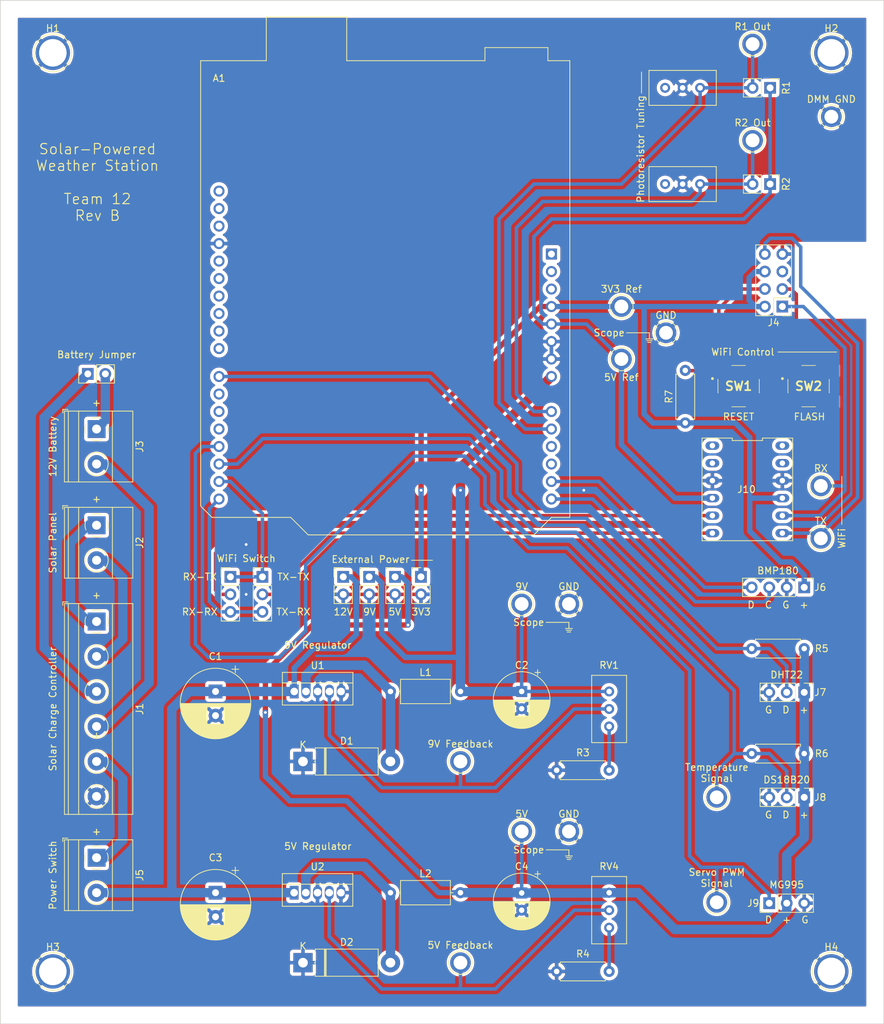
<source format=kicad_pcb>
(kicad_pcb (version 20171130) (host pcbnew "(5.1.9)-1")
  (layers (0 F.Cu signal) (31 B.Cu signal) (34 B.Paste user) (35 F.Paste user) (36 B.SilkS user) (37 F.SilkS user) (38 B.Mask user) (39 F.Mask user) (44 Edge.Cuts user))
  (net 0 "")
  (net 1 +12V)
  (net 2 "Net-(R3-Pad1)")
  (net 3 "Net-(R4-Pad1)")
  (net 4 BaroCLK)
  (net 5 BaroDATA)
  (net 6 "Net-(A1-Pad32)")
  (net 7 "Net-(A1-Pad31)")
  (net 8 "Net-(A1-Pad1)")
  (net 9 DS18B20Data)
  (net 10 "Net-(A1-Pad2)")
  (net 11 ServoPWM)
  (net 12 "Net-(A1-Pad3)")
  (net 13 "Net-(A1-Pad19)")
  (net 14 +3V3)
  (net 15 "Net-(A1-Pad20)")
  (net 16 5V_Ref)
  (net 17 "Net-(A1-Pad21)")
  (net 18 GND)
  (net 19 DHT22Data)
  (net 20 "Net-(A1-Pad23)")
  (net 21 +9V)
  (net 22 "Net-(A1-Pad24)")
  (net 23 AnalogPhoto1)
  (net 24 "Net-(A1-Pad25)")
  (net 25 AnalogPhoto2)
  (net 26 "Net-(A1-Pad26)")
  (net 27 "Net-(A1-Pad11)")
  (net 28 "Net-(A1-Pad27)")
  (net 29 "Net-(A1-Pad12)")
  (net 30 "Net-(A1-Pad28)")
  (net 31 "Net-(A1-Pad30)")
  (net 32 +5V)
  (net 33 "Net-(D1-Pad2)")
  (net 34 "Net-(D2-Pad2)")
  (net 35 "Net-(J1-Pad2)")
  (net 36 "Net-(J1-Pad3)")
  (net 37 "Net-(J1-Pad4)")
  (net 38 "Net-(J1-Pad5)")
  (net 39 "Net-(RV1-Pad2)")
  (net 40 "Net-(RV2-Pad3)")
  (net 41 "Net-(RV3-Pad3)")
  (net 42 "Net-(RV4-Pad2)")
  (net 43 "Net-(J1-Pad1)")
  (net 44 "Net-(J4-Pad5)")
  (net 45 WIFI_RX_3V3)
  (net 46 WIFI_RST)
  (net 47 WIFI_TX_3V3)
  (net 48 "Net-(J10-Pad1)")
  (net 49 "Net-(J10-Pad2)")
  (net 50 WIFI_FLASH)
  (net 51 "Net-(SW1-Pad2)")
  (net 52 "Net-(SW1-Pad4)")
  (net 53 "Net-(SW2-Pad4)")
  (net 54 "Net-(SW2-Pad2)")
  (net 55 "Net-(J10-Pad12)")
  (net 56 "Net-(J10-Pad11)")
  (net 57 /WiFi_RX)
  (net 58 /WiFI_TX)
  (net 59 Arduino_RX)
  (net 60 Arduino_TX)
  (net 61 "Net-(J17-Pad2)")
  (module Connector_PinHeader_2.54mm:PinHeader_1x02_P2.54mm_Vertical (layer F.Cu) (at 30.48 70.739 90)
    (fp_text reference J17 hide)
    (fp_text value Batt_Conn)
    (pad 2 thru_hole oval (at 0 2.54 90) (size 1.7 1.7) (drill 1) (layers *.Cu *.Mask) (net 61 "Net-(J17-Pad2)"))
    (pad 1 thru_hole rect (at 0 0 90) (size 1.7 1.7) (drill 1) (layers *.Cu *.Mask) (net 36 "Net-(J1-Pad3)"))
  )
  (module TestPoint:TestPoint_Plated_Hole_D2.0mm (layer F.Cu) (at 138.43 33.401)
    (fp_text reference TP14 hide)
    (fp_text value PR1_TP)
    (pad 1 thru_hole circle (at 0 0) (size 3 3) (drill 2) (layers *.Cu *.Mask) (net 18 GND))
  )
  (module Connector_PinHeader_2.54mm:PinHeader_1x03_P2.54mm_Vertical (layer F.Cu) (at 55.831 100.203)
    (fp_text reference J16 hide)
    (fp_text value WiFi_TX_Switch)
    (pad 3 thru_hole oval (at 0 5.08) (size 1.7 1.7) (drill 1) (layers *.Cu *.Mask) (net 59 Arduino_RX))
    (pad 2 thru_hole oval (at 0 2.54) (size 1.7 1.7) (drill 1) (layers *.Cu *.Mask) (net 58 /WiFI_TX))
    (pad 1 thru_hole rect (at 0 0) (size 1.7 1.7) (drill 1) (layers *.Cu *.Mask) (net 60 Arduino_TX))
  )
  (module Connector_PinHeader_2.54mm:PinHeader_1x03_P2.54mm_Vertical (layer F.Cu) (at 51.181 100.203)
    (fp_text reference J15 hide)
    (fp_text value WiFi_RX_Switch)
    (pad 3 thru_hole oval (at 0 5.08) (size 1.7 1.7) (drill 1) (layers *.Cu *.Mask) (net 59 Arduino_RX))
    (pad 2 thru_hole oval (at 0 2.54) (size 1.7 1.7) (drill 1) (layers *.Cu *.Mask) (net 57 /WiFi_RX))
    (pad 1 thru_hole rect (at 0 0) (size 1.7 1.7) (drill 1) (layers *.Cu *.Mask) (net 60 Arduino_TX))
  )
  (module Connector_PinHeader_2.54mm:PinHeader_1x02_P2.54mm_Vertical (layer F.Cu) (at 78.847 100.203)
    (fp_text reference J14 hide)
    (fp_text value External_3V3)
    (pad 2 thru_hole oval (at 0 2.54) (size 1.7 1.7) (drill 1) (layers *.Cu *.Mask) (net 18 GND))
    (pad 1 thru_hole rect (at 0 0) (size 1.7 1.7) (drill 1) (layers *.Cu *.Mask) (net 14 +3V3))
  )
  (module Connector_PinHeader_2.54mm:PinHeader_1x02_P2.54mm_Vertical (layer F.Cu) (at 75.086 100.203)
    (fp_text reference J13 hide)
    (fp_text value External_5V)
    (pad 2 thru_hole oval (at 0 2.54) (size 1.7 1.7) (drill 1) (layers *.Cu *.Mask) (net 18 GND))
    (pad 1 thru_hole rect (at 0 0) (size 1.7 1.7) (drill 1) (layers *.Cu *.Mask) (net 32 +5V))
  )
  (module Connector_PinHeader_2.54mm:PinHeader_1x02_P2.54mm_Vertical (layer F.Cu) (at 71.325 100.203)
    (fp_text reference J12 hide)
    (fp_text value External_9V)
    (pad 2 thru_hole oval (at 0 2.54) (size 1.7 1.7) (drill 1) (layers *.Cu *.Mask) (net 18 GND))
    (pad 1 thru_hole rect (at 0 0) (size 1.7 1.7) (drill 1) (layers *.Cu *.Mask) (net 21 +9V))
  )
  (module Connector_PinHeader_2.54mm:PinHeader_1x02_P2.54mm_Vertical (layer F.Cu) (at 67.564 100.203)
    (fp_text reference J11 hide)
    (fp_text value External_12V)
    (pad 2 thru_hole oval (at 0 2.54) (size 1.7 1.7) (drill 1) (layers *.Cu *.Mask) (net 18 GND))
    (pad 1 thru_hole rect (at 0 0) (size 1.7 1.7) (drill 1) (layers *.Cu *.Mask) (net 1 +12V))
  )
  (module Connector_PinHeader_2.54mm:PinHeader_2x04_P2.54mm_Vertical (layer F.Cu) (at 131.318 60.96 180)
    (fp_text reference J4 (at 1.27 -2.33) (layer F.SilkS))
    (fp_text value ESP8266)
    (pad 8 thru_hole oval (at 2.54 7.62 180) (size 1.7 1.7) (drill 1) (layers *.Cu *.Mask) (net 47 WIFI_TX_3V3))
    (pad 7 thru_hole oval (at 0 7.62 180) (size 1.7 1.7) (drill 1) (layers *.Cu *.Mask) (net 18 GND))
    (pad 6 thru_hole oval (at 2.54 5.08 180) (size 1.7 1.7) (drill 1) (layers *.Cu *.Mask) (net 14 +3V3))
    (pad 5 thru_hole oval (at 0 5.08 180) (size 1.7 1.7) (drill 1) (layers *.Cu *.Mask) (net 44 "Net-(J4-Pad5)"))
    (pad 4 thru_hole oval (at 2.54 2.54 180) (size 1.7 1.7) (drill 1) (layers *.Cu *.Mask) (net 46 WIFI_RST))
    (pad 3 thru_hole oval (at 0 2.54 180) (size 1.7 1.7) (drill 1) (layers *.Cu *.Mask) (net 50 WIFI_FLASH))
    (pad 2 thru_hole oval (at 2.54 0 180) (size 1.7 1.7) (drill 1) (layers *.Cu *.Mask) (net 14 +3V3))
    (pad 1 thru_hole rect (at 0 0 180) (size 1.7 1.7) (drill 1) (layers *.Cu *.Mask) (net 45 WIFI_RX_3V3))
  )
  (module TestPoint:TestPoint_Plated_Hole_D2.0mm (layer F.Cu) (at 136.906 94.615)
    (fp_text reference TP17 hide)
    (fp_text value 3V3_TX)
    (pad 1 thru_hole circle (at 0 0) (size 3 3) (drill 2) (layers *.Cu *.Mask) (net 47 WIFI_TX_3V3))
  )
  (module TestPoint:TestPoint_Plated_Hole_D2.0mm (layer F.Cu) (at 136.906 86.995)
    (fp_text reference TP16 hide)
    (fp_text value 3V3_RX)
    (pad 1 thru_hole circle (at 0 0) (size 3 3) (drill 2) (layers *.Cu *.Mask) (net 45 WIFI_RX_3V3))
  )
  (module Module:Arduino_UNO_R3 (layer F.Cu) (at 97.79 53.34 270)
    (fp_text reference A1 (at -25.527 48.26) (layer F.SilkS))
    (fp_text value Arduino_UNO_R3)
    (pad 32 thru_hole oval (at -9.14 48.26) (size 1.6 1.6) (drill 1) (layers *.Cu *.Mask) (net 6 "Net-(A1-Pad32)"))
    (pad 31 thru_hole oval (at -6.6 48.26) (size 1.6 1.6) (drill 1) (layers *.Cu *.Mask) (net 7 "Net-(A1-Pad31)"))
    (pad 1 thru_hole rect (at 0 0) (size 1.6 1.6) (drill 1) (layers *.Cu *.Mask) (net 8 "Net-(A1-Pad1)"))
    (pad 17 thru_hole oval (at 30.48 48.26) (size 1.6 1.6) (drill 1) (layers *.Cu *.Mask) (net 9 DS18B20Data))
    (pad 2 thru_hole oval (at 2.54 0) (size 1.6 1.6) (drill 1) (layers *.Cu *.Mask) (net 10 "Net-(A1-Pad2)"))
    (pad 18 thru_hole oval (at 27.94 48.26) (size 1.6 1.6) (drill 1) (layers *.Cu *.Mask) (net 11 ServoPWM))
    (pad 3 thru_hole oval (at 5.08 0) (size 1.6 1.6) (drill 1) (layers *.Cu *.Mask) (net 12 "Net-(A1-Pad3)"))
    (pad 19 thru_hole oval (at 25.4 48.26) (size 1.6 1.6) (drill 1) (layers *.Cu *.Mask) (net 13 "Net-(A1-Pad19)"))
    (pad 4 thru_hole oval (at 7.62 0) (size 1.6 1.6) (drill 1) (layers *.Cu *.Mask) (net 14 +3V3))
    (pad 20 thru_hole oval (at 22.86 48.26) (size 1.6 1.6) (drill 1) (layers *.Cu *.Mask) (net 15 "Net-(A1-Pad20)"))
    (pad 5 thru_hole oval (at 10.16 0) (size 1.6 1.6) (drill 1) (layers *.Cu *.Mask) (net 16 5V_Ref))
    (pad 21 thru_hole oval (at 20.32 48.26) (size 1.6 1.6) (drill 1) (layers *.Cu *.Mask) (net 17 "Net-(A1-Pad21)"))
    (pad 6 thru_hole oval (at 12.7 0) (size 1.6 1.6) (drill 1) (layers *.Cu *.Mask) (net 18 GND))
    (pad 22 thru_hole oval (at 17.78 48.26) (size 1.6 1.6) (drill 1) (layers *.Cu *.Mask) (net 19 DHT22Data))
    (pad 7 thru_hole oval (at 15.24 0) (size 1.6 1.6) (drill 1) (layers *.Cu *.Mask) (net 18 GND))
    (pad 23 thru_hole oval (at 13.72 48.26) (size 1.6 1.6) (drill 1) (layers *.Cu *.Mask) (net 20 "Net-(A1-Pad23)"))
    (pad 8 thru_hole oval (at 17.78 0) (size 1.6 1.6) (drill 1) (layers *.Cu *.Mask) (net 21 +9V))
    (pad 24 thru_hole oval (at 11.18 48.26) (size 1.6 1.6) (drill 1) (layers *.Cu *.Mask) (net 22 "Net-(A1-Pad24)"))
    (pad 9 thru_hole oval (at 22.86 0) (size 1.6 1.6) (drill 1) (layers *.Cu *.Mask) (net 25 AnalogPhoto2))
    (pad 25 thru_hole oval (at 8.64 48.26) (size 1.6 1.6) (drill 1) (layers *.Cu *.Mask) (net 24 "Net-(A1-Pad25)"))
    (pad 10 thru_hole oval (at 25.4 0) (size 1.6 1.6) (drill 1) (layers *.Cu *.Mask) (net 23 AnalogPhoto1))
    (pad 26 thru_hole oval (at 6.1 48.26) (size 1.6 1.6) (drill 1) (layers *.Cu *.Mask) (net 26 "Net-(A1-Pad26)"))
    (pad 11 thru_hole oval (at 27.94 0) (size 1.6 1.6) (drill 1) (layers *.Cu *.Mask) (net 27 "Net-(A1-Pad11)"))
    (pad 27 thru_hole oval (at 3.56 48.26) (size 1.6 1.6) (drill 1) (layers *.Cu *.Mask) (net 28 "Net-(A1-Pad27)"))
    (pad 12 thru_hole oval (at 30.48 0) (size 1.6 1.6) (drill 1) (layers *.Cu *.Mask) (net 29 "Net-(A1-Pad12)"))
    (pad 28 thru_hole oval (at 1.02 48.26) (size 1.6 1.6) (drill 1) (layers *.Cu *.Mask) (net 30 "Net-(A1-Pad28)"))
    (pad 13 thru_hole oval (at 33.02 0) (size 1.6 1.6) (drill 1) (layers *.Cu *.Mask) (net 5 BaroDATA))
    (pad 29 thru_hole oval (at -1.52 48.26) (size 1.6 1.6) (drill 1) (layers *.Cu *.Mask) (net 18 GND))
    (pad 14 thru_hole oval (at 35.56 0) (size 1.6 1.6) (drill 1) (layers *.Cu *.Mask) (net 4 BaroCLK))
    (pad 30 thru_hole oval (at -4.06 48.26) (size 1.6 1.6) (drill 1) (layers *.Cu *.Mask) (net 31 "Net-(A1-Pad30)"))
    (pad 15 thru_hole oval (at 35.56 48.26) (size 1.6 1.6) (drill 1) (layers *.Cu *.Mask) (net 59 Arduino_RX))
    (pad 16 thru_hole oval (at 33.02 48.26) (size 1.6 1.6) (drill 1) (layers *.Cu *.Mask) (net 60 Arduino_TX))
  )
  (module Connector_PinHeader_2.54mm:PinHeader_1x03_P2.54mm_Vertical (layer F.Cu) (at 129.413 147.574 90)
    (fp_text reference J9 (at 0 -2.33 180) (layer F.SilkS))
    (fp_text value "Servo Motor")
    (pad 1 thru_hole rect (at 0 0 90) (size 1.7 1.7) (drill 1) (layers *.Cu *.Mask) (net 11 ServoPWM))
    (pad 2 thru_hole oval (at 0 2.54 90) (size 1.7 1.7) (drill 1) (layers *.Cu *.Mask) (net 32 +5V))
    (pad 3 thru_hole oval (at 0 5.08 90) (size 1.7 1.7) (drill 1) (layers *.Cu *.Mask) (net 18 GND))
  )
  (module TestPoint:TestPoint_Plated_Hole_D2.0mm (layer F.Cu) (at 121.793 147.447)
    (fp_text reference TP10 hide)
    (fp_text value Servo_PWM_TP)
    (pad 1 thru_hole circle (at 0 0) (size 3 3) (drill 2) (layers *.Cu *.Mask) (net 11 ServoPWM))
  )
  (module Capacitor_THT:CP_Radial_D10.0mm_P3.50mm (layer F.Cu) (at 49.022 116.84 270)
    (fp_text reference C1 (at -5.08 0 180) (layer F.SilkS))
    (fp_text value 1000uF)
    (pad 2 thru_hole circle (at 3.5 0 270) (size 2 2) (drill 1) (layers *.Cu *.Mask) (net 18 GND))
    (pad 1 thru_hole rect (at 0 0 270) (size 2 2) (drill 1) (layers *.Cu *.Mask) (net 1 +12V))
  )
  (module Capacitor_THT:CP_Radial_D8.0mm_P2.50mm (layer F.Cu) (at 93.472 116.84 270)
    (fp_text reference C2 (at -3.81 0 180) (layer F.SilkS))
    (fp_text value 220uF)
    (pad 2 thru_hole circle (at 2.5 0 270) (size 1.6 1.6) (drill 0.8) (layers *.Cu *.Mask) (net 18 GND))
    (pad 1 thru_hole rect (at 0 0 270) (size 1.6 1.6) (drill 0.8) (layers *.Cu *.Mask) (net 21 +9V))
  )
  (module Capacitor_THT:CP_Radial_D10.0mm_P3.50mm (layer F.Cu) (at 49.022 146.05 270)
    (fp_text reference C3 (at -5.08 0 180) (layer F.SilkS))
    (fp_text value 1000uF)
    (pad 1 thru_hole rect (at 0 0 270) (size 2 2) (drill 1) (layers *.Cu *.Mask) (net 1 +12V))
    (pad 2 thru_hole circle (at 3.5 0 270) (size 2 2) (drill 1) (layers *.Cu *.Mask) (net 18 GND))
  )
  (module Capacitor_THT:CP_Radial_D8.0mm_P2.50mm (layer F.Cu) (at 93.472 146.09 270)
    (fp_text reference C4 (at -3.85 0 180) (layer F.SilkS))
    (fp_text value 220uF)
    (pad 1 thru_hole rect (at 0 0 270) (size 1.6 1.6) (drill 0.8) (layers *.Cu *.Mask) (net 32 +5V))
    (pad 2 thru_hole circle (at 2.5 0 270) (size 1.6 1.6) (drill 0.8) (layers *.Cu *.Mask) (net 18 GND))
  )
  (module Connector_PinHeader_2.54mm:PinHeader_1x04_P2.54mm_Vertical (layer F.Cu) (at 134.493 101.727 270)
    (fp_text reference J6 (at 0 -2.33 180) (layer F.SilkS))
    (fp_text value BMP180)
    (pad 1 thru_hole rect (at 0 0 270) (size 1.7 1.7) (drill 1) (layers *.Cu *.Mask) (net 14 +3V3))
    (pad 2 thru_hole oval (at 0 2.54 270) (size 1.7 1.7) (drill 1) (layers *.Cu *.Mask) (net 18 GND))
    (pad 3 thru_hole oval (at 0 5.08 270) (size 1.7 1.7) (drill 1) (layers *.Cu *.Mask) (net 4 BaroCLK))
    (pad 4 thru_hole oval (at 0 7.62 270) (size 1.7 1.7) (drill 1) (layers *.Cu *.Mask) (net 5 BaroDATA))
  )
  (module Connector_PinHeader_2.54mm:PinHeader_1x03_P2.54mm_Vertical (layer F.Cu) (at 134.493 116.967 270)
    (fp_text reference J7 (at 0 -2.33 180) (layer F.SilkS))
    (fp_text value DHT22)
    (pad 3 thru_hole oval (at 0 5.08 270) (size 1.7 1.7) (drill 1) (layers *.Cu *.Mask) (net 18 GND))
    (pad 2 thru_hole oval (at 0 2.54 270) (size 1.7 1.7) (drill 1) (layers *.Cu *.Mask) (net 19 DHT22Data))
    (pad 1 thru_hole rect (at 0 0 270) (size 1.7 1.7) (drill 1) (layers *.Cu *.Mask) (net 32 +5V))
  )
  (module Connector_PinHeader_2.54mm:PinHeader_1x03_P2.54mm_Vertical (layer F.Cu) (at 134.493 132.207 270)
    (fp_text reference J8 (at 0 -2.33 180) (layer F.SilkS))
    (fp_text value "Temperature Sensor")
    (pad 1 thru_hole rect (at 0 0 270) (size 1.7 1.7) (drill 1) (layers *.Cu *.Mask) (net 32 +5V))
    (pad 2 thru_hole oval (at 0 2.54 270) (size 1.7 1.7) (drill 1) (layers *.Cu *.Mask) (net 9 DS18B20Data))
    (pad 3 thru_hole oval (at 0 5.08 270) (size 1.7 1.7) (drill 1) (layers *.Cu *.Mask) (net 18 GND))
  )
  (module Inductor_THT:L_Axial_L7.0mm_D3.3mm_P10.16mm_Horizontal_Fastron_MICC (layer F.Cu) (at 74.422 116.84)
    (fp_text reference L1 (at 5.08 -2.77) (layer F.SilkS))
    (fp_text value 33uH)
    (pad 2 thru_hole oval (at 10.16 0) (size 1.6 1.6) (drill 0.8) (layers *.Cu *.Mask) (net 21 +9V))
    (pad 1 thru_hole circle (at 0 0) (size 1.6 1.6) (drill 0.8) (layers *.Cu *.Mask) (net 33 "Net-(D1-Pad2)"))
  )
  (module Resistor_THT:R_Axial_DIN0207_L6.3mm_D2.5mm_P7.62mm_Horizontal (layer F.Cu) (at 106.172 128.27 180)
    (fp_text reference R3 (at 3.81 2.54) (layer F.SilkS))
    (fp_text value 510)
    (pad 2 thru_hole oval (at 7.62 0 180) (size 1.6 1.6) (drill 0.8) (layers *.Cu *.Mask) (net 18 GND))
    (pad 1 thru_hole circle (at 0 0 180) (size 1.6 1.6) (drill 0.8) (layers *.Cu *.Mask) (net 2 "Net-(R3-Pad1)"))
  )
  (module Resistor_THT:R_Axial_DIN0207_L6.3mm_D2.5mm_P7.62mm_Horizontal (layer F.Cu) (at 134.493 125.857 180)
    (fp_text reference R6 (at -2.54 0 180) (layer F.SilkS))
    (fp_text value 4.7k)
    (pad 2 thru_hole oval (at 7.62 0 180) (size 1.6 1.6) (drill 0.8) (layers *.Cu *.Mask) (net 9 DS18B20Data))
    (pad 1 thru_hole circle (at 0 0 180) (size 1.6 1.6) (drill 0.8) (layers *.Cu *.Mask) (net 32 +5V))
  )
  (module Potentiometer_THT:Potentiometer_Bourns_3296W_Vertical (layer F.Cu) (at 106.172 121.92 270)
    (fp_text reference RV1 (at -8.89 0 180) (layer F.SilkS))
    (fp_text value R_POT)
    (pad 1 thru_hole circle (at 0 0 270) (size 1.44 1.44) (drill 0.8) (layers *.Cu *.Mask) (net 2 "Net-(R3-Pad1)"))
    (pad 2 thru_hole circle (at -2.54 0 270) (size 1.44 1.44) (drill 0.8) (layers *.Cu *.Mask) (net 39 "Net-(RV1-Pad2)"))
    (pad 3 thru_hole circle (at -5.08 0 270) (size 1.44 1.44) (drill 0.8) (layers *.Cu *.Mask) (net 21 +9V))
  )
  (module Potentiometer_THT:Potentiometer_Bourns_3296W_Vertical (layer F.Cu) (at 119.38 29.21)
    (fp_text reference RV2 hide)
    (fp_text value R_POT)
    (pad 1 thru_hole circle (at 0 0) (size 1.44 1.44) (drill 0.8) (layers *.Cu *.Mask) (net 23 AnalogPhoto1))
    (pad 2 thru_hole circle (at -2.54 0) (size 1.44 1.44) (drill 0.8) (layers *.Cu *.Mask) (net 18 GND))
    (pad 3 thru_hole circle (at -5.08 0) (size 1.44 1.44) (drill 0.8) (layers *.Cu *.Mask) (net 40 "Net-(RV2-Pad3)"))
  )
  (module Potentiometer_THT:Potentiometer_Bourns_3296W_Vertical (layer F.Cu) (at 119.38 43.18)
    (fp_text reference RV3 hide)
    (fp_text value R_POT)
    (pad 3 thru_hole circle (at -5.08 0) (size 1.44 1.44) (drill 0.8) (layers *.Cu *.Mask) (net 41 "Net-(RV3-Pad3)"))
    (pad 2 thru_hole circle (at -2.54 0) (size 1.44 1.44) (drill 0.8) (layers *.Cu *.Mask) (net 18 GND))
    (pad 1 thru_hole circle (at 0 0) (size 1.44 1.44) (drill 0.8) (layers *.Cu *.Mask) (net 25 AnalogPhoto2))
  )
  (module TestPoint:TestPoint_Plated_Hole_D2.0mm (layer F.Cu) (at 107.95 68.58)
    (fp_text reference TP1 hide)
    (fp_text value 5V_Ref_TP)
    (pad 1 thru_hole circle (at 0 0) (size 3 3) (drill 2) (layers *.Cu *.Mask) (net 16 5V_Ref))
  )
  (module TestPoint:TestPoint_Plated_Hole_D2.0mm (layer F.Cu) (at 107.95 60.96)
    (fp_text reference TP2 hide)
    (fp_text value 3.3V_Ref_TP)
    (pad 1 thru_hole circle (at 0 0) (size 3 3) (drill 2) (layers *.Cu *.Mask) (net 14 +3V3))
  )
  (module TestPoint:TestPoint_Plated_Hole_D2.0mm (layer F.Cu) (at 84.582 127)
    (fp_text reference TP3 hide)
    (fp_text value 9V_Feedback_TP)
    (pad 1 thru_hole circle (at 0 0) (size 3 3) (drill 2) (layers *.Cu *.Mask) (net 39 "Net-(RV1-Pad2)"))
  )
  (module TestPoint:TestPoint_Plated_Hole_D2.0mm (layer F.Cu) (at 93.472 104.14)
    (fp_text reference TP4 hide)
    (fp_text value 9V_Output_TP)
    (pad 1 thru_hole circle (at 0 0) (size 3 3) (drill 2) (layers *.Cu *.Mask) (net 21 +9V))
  )
  (module TestPoint:TestPoint_Plated_Hole_D2.0mm (layer F.Cu) (at 127 22.86 270)
    (fp_text reference TP5 hide)
    (fp_text value PR1_TP)
    (pad 1 thru_hole circle (at 0 0 270) (size 3 3) (drill 2) (layers *.Cu *.Mask) (net 23 AnalogPhoto1))
  )
  (module TestPoint:TestPoint_Plated_Hole_D2.0mm (layer F.Cu) (at 127 36.83 270)
    (fp_text reference TP6 hide)
    (fp_text value PR2_TP)
    (pad 1 thru_hole circle (at 0 0 270) (size 3 3) (drill 2) (layers *.Cu *.Mask) (net 25 AnalogPhoto2))
  )
  (module TestPoint:TestPoint_Plated_Hole_D2.0mm (layer F.Cu) (at 84.582 156.21)
    (fp_text reference TP7 hide)
    (fp_text value 5V_Feedback_TP)
    (pad 1 thru_hole circle (at 0 0) (size 3 3) (drill 2) (layers *.Cu *.Mask) (net 42 "Net-(RV4-Pad2)"))
  )
  (module TestPoint:TestPoint_Plated_Hole_D2.0mm (layer F.Cu) (at 93.472 137.16)
    (fp_text reference TP8 hide)
    (fp_text value 5V_Output_TP)
    (pad 1 thru_hole circle (at 0 0) (size 3 3) (drill 2) (layers *.Cu *.Mask) (net 32 +5V))
  )
  (module TestPoint:TestPoint_Plated_Hole_D2.0mm (layer F.Cu) (at 121.793 132.207)
    (fp_text reference TP9 hide)
    (fp_text value DS18B20_Data_TP)
    (pad 1 thru_hole circle (at 0 0) (size 3 3) (drill 2) (layers *.Cu *.Mask) (net 9 DS18B20Data))
  )
  (module Package_TO_SOT_THT:TO-262-5_Vertical (layer F.Cu) (at 60.452 116.84)
    (fp_text reference U1 (at 3.4 -3.77) (layer F.SilkS))
    (fp_text value LM2596S-ADJ)
    (pad 1 thru_hole rect (at 0 0) (size 1.275 2) (drill 1.1) (layers *.Cu *.Mask) (net 1 +12V))
    (pad 2 thru_hole oval (at 1.7 0) (size 1.275 2) (drill 1.1) (layers *.Cu *.Mask) (net 33 "Net-(D1-Pad2)"))
    (pad 3 thru_hole oval (at 3.4 0) (size 1.275 2) (drill 1.1) (layers *.Cu *.Mask) (net 18 GND))
    (pad 4 thru_hole oval (at 5.1 0) (size 1.275 2) (drill 1.1) (layers *.Cu *.Mask) (net 39 "Net-(RV1-Pad2)"))
    (pad 5 thru_hole oval (at 6.8 0) (size 1.275 2) (drill 1.1) (layers *.Cu *.Mask) (net 18 GND))
  )
  (module Inductor_THT:L_Axial_L7.0mm_D3.3mm_P10.16mm_Horizontal_Fastron_MICC (layer F.Cu) (at 74.422 146.05)
    (fp_text reference L2 (at 5.08 -2.77) (layer F.SilkS))
    (fp_text value 33uH)
    (pad 1 thru_hole circle (at 0 0) (size 1.6 1.6) (drill 0.8) (layers *.Cu *.Mask) (net 34 "Net-(D2-Pad2)"))
    (pad 2 thru_hole oval (at 10.16 0) (size 1.6 1.6) (drill 0.8) (layers *.Cu *.Mask) (net 32 +5V))
  )
  (module Resistor_THT:R_Axial_DIN0207_L6.3mm_D2.5mm_P7.62mm_Horizontal (layer F.Cu) (at 106.172 157.48 180)
    (fp_text reference R4 (at 3.81 2.54) (layer F.SilkS))
    (fp_text value 510)
    (pad 2 thru_hole oval (at 7.62 0 180) (size 1.6 1.6) (drill 0.8) (layers *.Cu *.Mask) (net 18 GND))
    (pad 1 thru_hole circle (at 0 0 180) (size 1.6 1.6) (drill 0.8) (layers *.Cu *.Mask) (net 3 "Net-(R4-Pad1)"))
  )
  (module Resistor_THT:R_Axial_DIN0207_L6.3mm_D2.5mm_P7.62mm_Horizontal (layer F.Cu) (at 134.493 110.617 180)
    (fp_text reference R5 (at -2.54 0 180) (layer F.SilkS))
    (fp_text value 4.7k)
    (pad 1 thru_hole circle (at 0 0 180) (size 1.6 1.6) (drill 0.8) (layers *.Cu *.Mask) (net 32 +5V))
    (pad 2 thru_hole oval (at 7.62 0 180) (size 1.6 1.6) (drill 0.8) (layers *.Cu *.Mask) (net 19 DHT22Data))
  )
  (module Potentiometer_THT:Potentiometer_Bourns_3296W_Vertical (layer F.Cu) (at 106.172 151.13 270)
    (fp_text reference RV4 (at -8.89 0 180) (layer F.SilkS))
    (fp_text value R_POT)
    (pad 1 thru_hole circle (at 0 0 270) (size 1.44 1.44) (drill 0.8) (layers *.Cu *.Mask) (net 3 "Net-(R4-Pad1)"))
    (pad 2 thru_hole circle (at -2.54 0 270) (size 1.44 1.44) (drill 0.8) (layers *.Cu *.Mask) (net 42 "Net-(RV4-Pad2)"))
    (pad 3 thru_hole circle (at -5.08 0 270) (size 1.44 1.44) (drill 0.8) (layers *.Cu *.Mask) (net 32 +5V))
  )
  (module Package_TO_SOT_THT:TO-262-5_Vertical (layer F.Cu) (at 60.432 146.05)
    (fp_text reference U2 (at 3.4 -3.77) (layer F.SilkS))
    (fp_text value LM2596S-ADJ)
    (pad 1 thru_hole rect (at 0 0) (size 1.275 2) (drill 1.1) (layers *.Cu *.Mask) (net 1 +12V))
    (pad 2 thru_hole oval (at 1.7 0) (size 1.275 2) (drill 1.1) (layers *.Cu *.Mask) (net 34 "Net-(D2-Pad2)"))
    (pad 3 thru_hole oval (at 3.4 0) (size 1.275 2) (drill 1.1) (layers *.Cu *.Mask) (net 18 GND))
    (pad 4 thru_hole oval (at 5.1 0) (size 1.275 2) (drill 1.1) (layers *.Cu *.Mask) (net 42 "Net-(RV4-Pad2)"))
    (pad 5 thru_hole oval (at 6.8 0) (size 1.275 2) (drill 1.1) (layers *.Cu *.Mask) (net 18 GND))
  )
  (module TerminalBlock_Phoenix:TerminalBlock_Phoenix_MKDS-1,5-6-5.08_1x06_P5.08mm_Horizontal (layer F.Cu) (at 31.75 106.68 270)
    (fp_text reference J1 (at 12.7 -6.26 90) (layer F.SilkS))
    (fp_text value "Solar Charge Controller")
    (pad 1 thru_hole rect (at 0 0 270) (size 2.6 2.6) (drill 1.3) (layers *.Cu *.Mask) (net 43 "Net-(J1-Pad1)"))
    (pad 2 thru_hole circle (at 5.08 0 270) (size 2.6 2.6) (drill 1.3) (layers *.Cu *.Mask) (net 35 "Net-(J1-Pad2)"))
    (pad 3 thru_hole circle (at 10.16 0 270) (size 2.6 2.6) (drill 1.3) (layers *.Cu *.Mask) (net 36 "Net-(J1-Pad3)"))
    (pad 4 thru_hole circle (at 15.24 0 270) (size 2.6 2.6) (drill 1.3) (layers *.Cu *.Mask) (net 37 "Net-(J1-Pad4)"))
    (pad 5 thru_hole circle (at 20.32 0 270) (size 2.6 2.6) (drill 1.3) (layers *.Cu *.Mask) (net 38 "Net-(J1-Pad5)"))
    (pad 6 thru_hole circle (at 25.4 0 270) (size 2.6 2.6) (drill 1.3) (layers *.Cu *.Mask) (net 18 GND))
  )
  (module TerminalBlock_Phoenix:TerminalBlock_Phoenix_MKDS-1,5-2-5.08_1x02_P5.08mm_Horizontal (layer F.Cu) (at 31.75 92.71 270)
    (fp_text reference J2 (at 2.54 -6.26 90) (layer F.SilkS))
    (fp_text value "Solar Panel")
    (pad 1 thru_hole rect (at 0 0 270) (size 2.6 2.6) (drill 1.3) (layers *.Cu *.Mask) (net 43 "Net-(J1-Pad1)"))
    (pad 2 thru_hole circle (at 5.08 0 270) (size 2.6 2.6) (drill 1.3) (layers *.Cu *.Mask) (net 35 "Net-(J1-Pad2)"))
  )
  (module TerminalBlock_Phoenix:TerminalBlock_Phoenix_MKDS-1,5-2-5.08_1x02_P5.08mm_Horizontal (layer F.Cu) (at 31.75 78.74 270)
    (fp_text reference J3 (at 2.54 -6.26 90) (layer F.SilkS))
    (fp_text value "12-V Battery")
    (pad 2 thru_hole circle (at 5.08 0 270) (size 2.6 2.6) (drill 1.3) (layers *.Cu *.Mask) (net 37 "Net-(J1-Pad4)"))
    (pad 1 thru_hole rect (at 0 0 270) (size 2.6 2.6) (drill 1.3) (layers *.Cu *.Mask) (net 61 "Net-(J17-Pad2)"))
  )
  (module TerminalBlock_Phoenix:TerminalBlock_Phoenix_MKDS-1,5-2-5.08_1x02_P5.08mm_Horizontal (layer F.Cu) (at 31.75 140.97 270)
    (fp_text reference J5 (at 2.54 -6.26 90) (layer F.SilkS))
    (fp_text value "Power Switch")
    (pad 1 thru_hole rect (at 0 0 270) (size 2.6 2.6) (drill 1.3) (layers *.Cu *.Mask) (net 38 "Net-(J1-Pad5)"))
    (pad 2 thru_hole circle (at 5.08 0 270) (size 2.6 2.6) (drill 1.3) (layers *.Cu *.Mask) (net 1 +12V))
  )
  (module TestPoint:TestPoint_Plated_Hole_D4.0mm (layer F.Cu) (at 25.4 24.13)
    (fp_text reference H1 (at 0 -3.548) (layer F.SilkS))
    (fp_text value MountingHole_Pad)
    (pad 1 thru_hole circle (at 0 0) (size 5 5) (drill 4) (layers *.Cu *.Mask) (net 18 GND))
  )
  (module TestPoint:TestPoint_Plated_Hole_D4.0mm (layer F.Cu) (at 138.43 24.13)
    (fp_text reference H2 (at 0 -3.548) (layer F.SilkS))
    (fp_text value MountingHole_Pad)
    (pad 1 thru_hole circle (at 0 0) (size 5 5) (drill 4) (layers *.Cu *.Mask) (net 18 GND))
  )
  (module TestPoint:TestPoint_Plated_Hole_D4.0mm (layer F.Cu) (at 25.4 157.48)
    (fp_text reference H3 (at 0 -3.548) (layer F.SilkS))
    (fp_text value MountingHole_Pad)
    (pad 1 thru_hole circle (at 0 0) (size 5 5) (drill 4) (layers *.Cu *.Mask) (net 18 GND))
  )
  (module TestPoint:TestPoint_Plated_Hole_D4.0mm (layer F.Cu) (at 138.43 157.48)
    (fp_text reference H4 (at 0 -3.548) (layer F.SilkS))
    (fp_text value MountingHole_Pad)
    (pad 1 thru_hole circle (at 0 0) (size 5 5) (drill 4) (layers *.Cu *.Mask) (net 18 GND))
  )
  (module Connector_PinHeader_2.54mm:PinHeader_1x02_P2.54mm_Vertical (layer F.Cu) (at 129.54 29.21 270)
    (fp_text reference R1 (at 0 -2.33 90) (layer F.SilkS))
    (fp_text value PhotoR)
    (pad 1 thru_hole rect (at 0 0 270) (size 1.7 1.7) (drill 1) (layers *.Cu *.Mask) (net 16 5V_Ref))
    (pad 2 thru_hole oval (at 0 2.54 270) (size 1.7 1.7) (drill 1) (layers *.Cu *.Mask) (net 23 AnalogPhoto1))
  )
  (module Connector_PinHeader_2.54mm:PinHeader_1x02_P2.54mm_Vertical (layer F.Cu) (at 129.54 43.18 270)
    (fp_text reference R2 (at 0 -2.33 90) (layer F.SilkS))
    (fp_text value PhotoR)
    (pad 2 thru_hole oval (at 0 2.54 270) (size 1.7 1.7) (drill 1) (layers *.Cu *.Mask) (net 25 AnalogPhoto2))
    (pad 1 thru_hole rect (at 0 0 270) (size 1.7 1.7) (drill 1) (layers *.Cu *.Mask) (net 16 5V_Ref))
  )
  (module Diode_THT:D_5W_P12.70mm_Horizontal (layer F.Cu) (at 61.722 127)
    (fp_text reference D1 (at 6.35 -2.97) (layer F.SilkS))
    (fp_text value 1N5824)
    (fp_text user K (at 0 -2.4) (layer F.SilkS))
    (pad 2 thru_hole oval (at 12.7 0) (size 2.8 2.8) (drill 1.4) (layers *.Cu *.Mask) (net 33 "Net-(D1-Pad2)"))
    (pad 1 thru_hole rect (at 0 0) (size 2.8 2.8) (drill 1.4) (layers *.Cu *.Mask) (net 18 GND))
  )
  (module Diode_THT:D_5W_P12.70mm_Horizontal (layer F.Cu) (at 61.722 156.21)
    (fp_text reference D2 (at 6.35 -2.97) (layer F.SilkS))
    (fp_text value 1N5824)
    (fp_text user K (at 0 -2.4) (layer F.SilkS))
    (pad 1 thru_hole rect (at 0 0) (size 2.8 2.8) (drill 1.4) (layers *.Cu *.Mask) (net 18 GND))
    (pad 2 thru_hole oval (at 12.7 0) (size 2.8 2.8) (drill 1.4) (layers *.Cu *.Mask) (net 34 "Net-(D2-Pad2)"))
  )
  (module SamacSys_Parts:Level_shifter (layer F.Cu) (at 126.238 87.503 270)
    (fp_text reference J10 (at 0 0.127) (layer F.SilkS))
    (fp_text value Conn_02x06_Odd_Even)
    (pad 12 thru_hole oval (at -6.35 -5.08 270) (size 1.2 2) (drill 0.8) (layers *.Cu *.Mask) (net 55 "Net-(J10-Pad12)"))
    (pad 1 thru_hole oval (at -6.35 5.08 270) (size 1.2 2) (drill 0.8) (layers *.Cu *.Mask) (net 48 "Net-(J10-Pad1)"))
    (pad 11 thru_hole oval (at -3.81 -5.08 270) (size 1.2 2) (drill 0.8) (layers *.Cu *.Mask) (net 56 "Net-(J10-Pad11)"))
    (pad 2 thru_hole oval (at -3.81 5.08 270) (size 1.2 2) (drill 0.8) (layers *.Cu *.Mask) (net 49 "Net-(J10-Pad2)"))
    (pad 10 thru_hole oval (at -1.27 -5.08 270) (size 1.2 2) (drill 0.8) (layers *.Cu *.Mask) (net 18 GND))
    (pad 3 thru_hole oval (at -1.27 5.08 270) (size 1.2 2) (drill 0.8) (layers *.Cu *.Mask) (net 18 GND))
    (pad 9 thru_hole oval (at 1.27 -5.08 270) (size 1.2 2) (drill 0.8) (layers *.Cu *.Mask) (net 14 +3V3))
    (pad 4 thru_hole oval (at 1.27 5.08 270) (size 1.2 2) (drill 0.8) (layers *.Cu *.Mask) (net 16 5V_Ref))
    (pad 8 thru_hole oval (at 3.81 -5.08 270) (size 1.2 2) (drill 0.8) (layers *.Cu *.Mask) (net 45 WIFI_RX_3V3))
    (pad 5 thru_hole oval (at 3.81 5.08 270) (size 1.2 2) (drill 0.8) (layers *.Cu *.Mask) (net 57 /WiFi_RX))
    (pad 7 thru_hole oval (at 6.35 -5.08 270) (size 1.2 2) (drill 0.8) (layers *.Cu *.Mask) (net 47 WIFI_TX_3V3))
    (pad 6 thru_hole oval (at 6.35 5.08 270) (size 1.2 2) (drill 0.8) (layers *.Cu *.Mask) (net 58 /WiFI_TX))
  )
  (module Resistor_THT:R_Axial_DIN0207_L6.3mm_D2.5mm_P7.62mm_Horizontal (layer F.Cu) (at 117.221 77.851 90)
    (fp_text reference R7 (at 3.81 -2.37 90) (layer F.SilkS))
    (fp_text value 10k)
    (pad 1 thru_hole circle (at 0 0 90) (size 1.6 1.6) (drill 0.8) (layers *.Cu *.Mask) (net 14 +3V3))
    (pad 2 thru_hole oval (at 7.62 0 90) (size 1.6 1.6) (drill 0.8) (layers *.Cu *.Mask) (net 46 WIFI_RST))
  )
  (module SamacSys_Parts:LL3301FF065QJ (layer F.Cu) (at 124.968 72.517)
    (fp_text reference SW1 (at 0 0) (layer F.SilkS) (effects (font (size 1.27 1.27) (thickness 0.254))))
    (fp_text value RESET hide)
    (pad 1 smd rect (at -3 -2.25 90) (size 1.4 2.1) (layers F.Cu F.Paste F.Mask) (net 46 WIFI_RST))
    (pad 2 smd rect (at 3 -2.25 90) (size 1.4 2.1) (layers F.Cu F.Paste F.Mask) (net 51 "Net-(SW1-Pad2)"))
    (pad 3 smd rect (at -3 2.25 90) (size 1.4 2.1) (layers F.Cu F.Paste F.Mask) (net 18 GND))
    (pad 4 smd rect (at 3 2.25 90) (size 1.4 2.1) (layers F.Cu F.Paste F.Mask) (net 52 "Net-(SW1-Pad4)"))
  )
  (module SamacSys_Parts:LL3301FF065QJ (layer F.Cu) (at 135.128 72.517)
    (fp_text reference SW2 (at 0 0) (layer F.SilkS) (effects (font (size 1.27 1.27) (thickness 0.254))))
    (fp_text value FLASH hide)
    (pad 4 smd rect (at 3 2.25 90) (size 1.4 2.1) (layers F.Cu F.Paste F.Mask) (net 53 "Net-(SW2-Pad4)"))
    (pad 3 smd rect (at -3 2.25 90) (size 1.4 2.1) (layers F.Cu F.Paste F.Mask) (net 18 GND))
    (pad 2 smd rect (at 3 -2.25 90) (size 1.4 2.1) (layers F.Cu F.Paste F.Mask) (net 54 "Net-(SW2-Pad2)"))
    (pad 1 smd rect (at -3 -2.25 90) (size 1.4 2.1) (layers F.Cu F.Paste F.Mask) (net 50 WIFI_FLASH))
  )
  (module TestPoint:TestPoint_Plated_Hole_D2.0mm (layer F.Cu) (at 100.33 104.14)
    (fp_text reference TP11 hide)
    (fp_text value 9V_Ground_TP)
    (pad 1 thru_hole circle (at 0 0) (size 3 3) (drill 2) (layers *.Cu *.Mask) (net 18 GND))
  )
  (module TestPoint:TestPoint_Plated_Hole_D2.0mm (layer F.Cu) (at 100.33 137.16)
    (fp_text reference TP12 hide)
    (fp_text value 5V_Ground_TP)
    (pad 1 thru_hole circle (at 0 0) (size 3 3) (drill 2) (layers *.Cu *.Mask) (net 18 GND))
  )
  (module TestPoint:TestPoint_Plated_Hole_D2.0mm (layer F.Cu) (at 114.427 64.77)
    (fp_text reference TP13 hide)
    (fp_text value Arduino_Ground_TP)
    (pad 1 thru_hole circle (at 0 0) (size 3 3) (drill 2) (layers *.Cu *.Mask) (net 18 GND))
  )
  (gr_text "Battery Jumper" (at 31.75 67.945) (layer F.SilkS) (effects (font (size 1 1))))
  (gr_text "R2 Out" (at 127 34.29) (layer F.SilkS) (effects (font (size 1 1))))
  (gr_text "R1 Out" (at 127 20.32) (layer F.SilkS) (effects (font (size 1 1))))
  (gr_line (start 110.871 29.972) (end 110.871 26.924) (layer F.SilkS) (width 0.12))
  (gr_text "Photoresistor Tuning" (at 110.744 38.1 90) (layer F.SilkS) (effects (font (size 1 1))))
  (gr_text "DMM GND" (at 138.43 30.861) (layer F.SilkS) (effects (font (size 1 1))))
  (gr_text + (at 31.75 74.93) (layer F.SilkS) (effects (font (size 1 1))))
  (gr_text + (at 31.75 88.9) (layer F.SilkS) (effects (font (size 1 1))))
  (gr_line (start 130.683 67.564) (end 139.192 67.564) (layer F.SilkS) (width 0.12))
  (gr_text FLASH (at 135.255 76.962) (layer F.SilkS) (effects (font (size 1 1))))
  (gr_text RESET (at 124.968 76.962) (layer F.SilkS) (effects (font (size 1 1))))
  (gr_text "WiFi Control" (at 120.904 67.564) (layer F.SilkS) (effects (font (size 1 1)) (justify left)))
  (gr_text "WiFi Switch" (at 53.467 97.536) (layer F.SilkS) (effects (font (size 1 1))))
  (gr_text RX-RX (at 46.736 105.283) (layer F.SilkS) (effects (font (size 1 1))))
  (gr_text RX-TX (at 46.736 100.203) (layer F.SilkS) (effects (font (size 1 1))))
  (gr_text TX-RX (at 60.325 105.283) (layer F.SilkS) (effects (font (size 1 1))))
  (gr_text TX-TX (at 60.325 100.203) (layer F.SilkS) (effects (font (size 1 1))))
  (gr_text 3V3 (at 78.867 105.283) (layer F.SilkS) (effects (font (size 1 1))))
  (gr_text 5V (at 75.057 105.283) (layer F.SilkS) (effects (font (size 1 1))))
  (gr_text 9V (at 71.374 105.283) (layer F.SilkS) (effects (font (size 1 1))))
  (gr_text 12V (at 67.564 105.283) (layer F.SilkS) (effects (font (size 1 1))))
  (gr_line (start 77.47 97.79) (end 80.518 97.79) (layer F.SilkS) (width 0.12))
  (gr_text "External Power" (at 65.786 97.663) (layer F.SilkS) (effects (font (size 1 1)) (justify left)))
  (gr_line (start 111.633 65.913) (end 112.395 65.913) (layer F.SilkS) (width 0.12))
  (gr_line (start 108.712 64.77) (end 112.014 64.77) (layer F.SilkS) (width 0.12))
  (gr_line (start 111.506 65.659) (end 112.522 65.659) (layer F.SilkS) (width 0.12))
  (gr_line (start 111.76 66.167) (end 112.268 66.167) (layer F.SilkS) (width 0.12))
  (gr_line (start 112.014 64.77) (end 112.014 65.659) (layer F.SilkS) (width 0.12))
  (gr_text Scope (at 106.172 64.77) (layer F.SilkS) (effects (font (size 1 1))))
  (gr_text Scope (at 94.488 139.827) (layer F.SilkS) (effects (font (size 1 1))))
  (gr_line (start 100.076 141.224) (end 100.584 141.224) (layer F.SilkS) (width 0.12))
  (gr_line (start 99.822 140.716) (end 100.838 140.716) (layer F.SilkS) (width 0.12))
  (gr_line (start 99.949 140.97) (end 100.711 140.97) (layer F.SilkS) (width 0.12))
  (gr_line (start 100.33 139.827) (end 100.33 140.716) (layer F.SilkS) (width 0.12))
  (gr_line (start 97.028 139.827) (end 100.33 139.827) (layer F.SilkS) (width 0.12))
  (gr_line (start 100.076 108.204) (end 100.584 108.204) (layer F.SilkS) (width 0.12))
  (gr_line (start 99.949 107.95) (end 100.711 107.95) (layer F.SilkS) (width 0.12))
  (gr_line (start 99.822 107.696) (end 100.838 107.696) (layer F.SilkS) (width 0.12))
  (gr_line (start 100.33 106.807) (end 100.33 107.696) (layer F.SilkS) (width 0.12))
  (gr_line (start 97.028 106.807) (end 100.33 106.807) (layer F.SilkS) (width 0.12))
  (gr_text Scope (at 94.488 106.807) (layer F.SilkS) (effects (font (size 1 1))))
  (gr_line (start 139.954 92.583) (end 139.954 85.598) (layer F.SilkS) (width 0.12))
  (gr_text WiFi (at 139.954 94.615 90) (layer F.SilkS) (effects (font (size 1 1))))
  (gr_text TX (at 136.906 92.075) (layer F.SilkS) (effects (font (size 1 1))))
  (gr_text RX (at 136.906 84.455) (layer F.SilkS) (effects (font (size 1 1))))
  (gr_text "Temperature\nSignal" (at 121.793 128.651) (layer F.SilkS) (effects (font (size 1 1))))
  (gr_text "Servo PWM\nSignal" (at 121.793 143.891) (layer F.SilkS) (effects (font (size 1 1))))
  (gr_text GND (at 114.427 62.23) (layer F.SilkS) (effects (font (size 1 1))))
  (gr_text "5V Ref" (at 107.95 71.247) (layer F.SilkS) (effects (font (size 1 1))))
  (gr_text "3V3 Ref" (at 107.95 58.42) (layer F.SilkS) (effects (font (size 1 1))))
  (gr_text "5V Feedback" (at 84.582 153.67) (layer F.SilkS) (effects (font (size 1 1))))
  (gr_text "9V Feedback" (at 84.582 124.46) (layer F.SilkS) (effects (font (size 1 1))))
  (gr_text GND (at 100.33 101.6) (layer F.SilkS) (effects (font (size 1 1))))
  (gr_text 9V (at 93.472 101.6) (layer F.SilkS) (effects (font (size 1 1))))
  (gr_text GND (at 100.33 134.62) (layer F.SilkS) (effects (font (size 1 1))))
  (gr_text 5V (at 93.472 134.62) (layer F.SilkS) (effects (font (size 1 1))))
  (gr_text "Solar-Powered\nWeather Station\n\nTeam 12\nRev B" (at 31.877 42.926) (layer F.SilkS) (effects (font (size 1.5 1.5))))
  (gr_line (start 146.05 16.51) (end 146.05 165.1) (layer Edge.Cuts) (width 0.1))
  (gr_line (start 17.78 16.51) (end 146.05 16.51) (layer Edge.Cuts) (width 0.1))
  (gr_line (start 17.78 165.1) (end 17.78 16.51) (layer Edge.Cuts) (width 0.1))
  (gr_line (start 146.05 165.1) (end 17.78 165.1) (layer Edge.Cuts) (width 0.1))
  (gr_text "D  +  G" (at 131.953 149.987) (layer F.SilkS) (effects (font (size 1 1))))
  (gr_text MG995 (at 131.953 144.907) (layer F.SilkS) (effects (font (size 1 1))))
  (gr_text "G  D  +" (at 131.953 134.747) (layer F.SilkS) (effects (font (size 1 1))))
  (gr_text DS18B20 (at 131.953 129.667) (layer F.SilkS) (effects (font (size 1 1))))
  (gr_text "G  D  +" (at 131.953 119.507) (layer F.SilkS) (effects (font (size 1 1))))
  (gr_text DHT22 (at 131.953 114.427) (layer F.SilkS) (effects (font (size 1 1))))
  (gr_text "D  C  G  +" (at 130.683 104.267) (layer F.SilkS) (effects (font (size 1 1))))
  (gr_text BMP180 (at 130.683 99.314) (layer F.SilkS) (effects (font (size 1 1))))
  (gr_text + (at 31.75 137.16) (layer F.SilkS) (effects (font (size 1 1))))
  (gr_text + (at 31.75 123.19) (layer F.SilkS) (effects (font (size 1 1))))
  (gr_text + (at 31.75 137.16) (layer F.SilkS) (effects (font (size 1 1))))
  (gr_text + (at 31.75 102.87) (layer F.SilkS) (effects (font (size 1 1))))
  (gr_text "Power Switch" (at 25.4 143.51 90) (layer F.SilkS) (effects (font (size 1 1))))
  (gr_text "12V Battery" (at 25.4 81.28 90) (layer F.SilkS) (effects (font (size 1 1))))
  (gr_text "Solar Panel" (at 25.4 95.25 90) (layer F.SilkS) (effects (font (size 1 1))))
  (gr_text "Solar Charge Controller" (at 25.4 119.38 90) (layer F.SilkS) (effects (font (size 1 1))))
  (gr_text "5V Regulator" (at 63.881 139.319) (layer F.SilkS) (effects (font (size 1 1))))
  (gr_text "9V Regulator" (at 63.881 110.109) (layer F.SilkS) (effects (font (size 1 1))))
  (segment (start 49.022 146.05) (end 60.432 146.05) (width 1.36703) (layer B.Cu) (net 1))
  (segment (start 42.672 119.38) (end 42.672 146.05) (width 1.36703) (layer B.Cu) (net 1))
  (segment (start 49.022 116.84) (end 45.212 116.84) (width 1.36703) (layer B.Cu) (net 1))
  (segment (start 42.672 146.05) (end 49.022 146.05) (width 1.36703) (layer B.Cu) (net 1))
  (segment (start 45.212 116.84) (end 42.672 119.38) (width 1.36703) (layer B.Cu) (net 1))
  (segment (start 31.75 146.05) (end 42.672 146.05) (width 1.36703) (layer B.Cu) (net 1))
  (segment (start 56.515 116.84) (end 60.452 116.84) (width 1.36703) (layer B.Cu) (net 1))
  (segment (start 49.022 116.84) (end 56.515 116.84) (width 1.36703) (layer B.Cu) (net 1))
  (segment (start 60.452 113.411) (end 60.452 116.84) (width 0.781437) (layer B.Cu) (net 1))
  (segment (start 63.246 110.617) (end 60.452 113.411) (width 0.781437) (layer B.Cu) (net 1))
  (segment (start 67.437 110.617) (end 63.246 110.617) (width 0.781437) (layer B.Cu) (net 1))
  (segment (start 69.469 108.585) (end 67.437 110.617) (width 0.781437) (layer B.Cu) (net 1))
  (segment (start 69.469 100.965) (end 69.469 108.585) (width 0.781437) (layer B.Cu) (net 1))
  (segment (start 68.707 100.203) (end 69.469 100.965) (width 0.781437) (layer B.Cu) (net 1))
  (segment (start 67.564 100.203) (end 68.707 100.203) (width 0.781437) (layer B.Cu) (net 1))
  (segment (start 106.172 121.92) (end 106.172 128.27) (width 0.508) (layer B.Cu) (net 2))
  (segment (start 106.172 151.13) (end 106.172 157.48) (width 0.508) (layer B.Cu) (net 3))
  (segment (start 97.79 88.9) (end 103.759 88.9) (width 0.508) (layer B.Cu) (net 4))
  (segment (start 129.413 101.727) (end 129.413 103.124) (width 0.508) (layer B.Cu) (net 4))
  (segment (start 128.7145 103.8225) (end 118.6815 103.8225) (width 0.508) (layer B.Cu) (net 4))
  (segment (start 129.413 103.124) (end 128.7145 103.8225) (width 0.508) (layer B.Cu) (net 4))
  (segment (start 103.759 88.9) (end 118.6815 103.8225) (width 0.508) (layer B.Cu) (net 4))
  (segment (start 97.79 86.36) (end 104.648 86.36) (width 0.508) (layer B.Cu) (net 5))
  (segment (start 120.015 101.727) (end 119.8245 101.5365) (width 0.508) (layer B.Cu) (net 5))
  (segment (start 126.873 101.727) (end 120.015 101.727) (width 0.508) (layer B.Cu) (net 5))
  (segment (start 104.648 86.36) (end 119.8245 101.5365) (width 0.508) (layer B.Cu) (net 5))
  (segment (start 121.793 129.667) (end 121.793 132.207) (width 0.508) (layer B.Cu) (net 9))
  (segment (start 131.953 132.207) (end 131.953 128.397) (width 0.508) (layer B.Cu) (net 9))
  (segment (start 131.953 128.397) (end 129.413 125.857) (width 0.508) (layer B.Cu) (net 9))
  (segment (start 129.413 125.857) (end 126.873 125.857) (width 0.508) (layer B.Cu) (net 9))
  (segment (start 121.793 129.667) (end 121.793 128.397) (width 0.508) (layer B.Cu) (net 9))
  (segment (start 121.793 128.397) (end 124.333 125.857) (width 0.508) (layer B.Cu) (net 9))
  (segment (start 124.333 125.857) (end 126.873 125.857) (width 0.508) (layer B.Cu) (net 9))
  (segment (start 124.333 125.857) (end 124.333 116.713) (width 0.508) (layer B.Cu) (net 9))
  (segment (start 124.333 116.713) (end 101.346 93.726) (width 0.508) (layer B.Cu) (net 9))
  (segment (start 101.346 93.726) (end 95.377 93.726) (width 0.508) (layer B.Cu) (net 9))
  (segment (start 95.377 93.726) (end 90.551 88.9) (width 0.508) (layer B.Cu) (net 9))
  (segment (start 90.551 88.9) (end 90.551 84.836) (width 0.508) (layer B.Cu) (net 9))
  (segment (start 90.551 84.836) (end 85.852 80.137) (width 0.508) (layer B.Cu) (net 9))
  (segment (start 85.852 80.137) (end 55.88 80.137) (width 0.508) (layer B.Cu) (net 9))
  (segment (start 52.197 83.82) (end 49.53 83.82) (width 0.508) (layer B.Cu) (net 9))
  (segment (start 55.88 80.137) (end 52.197 83.82) (width 0.508) (layer B.Cu) (net 9))
  (segment (start 121.793 147.447) (end 121.793 142.367) (width 0.508) (layer B.Cu) (net 11))
  (segment (start 119.507 142.367) (end 121.793 142.367) (width 0.508) (layer B.Cu) (net 11))
  (segment (start 117.856 113.792) (end 117.856 140.716) (width 0.508) (layer B.Cu) (net 11))
  (segment (start 100.076 96.012) (end 117.856 113.792) (width 0.508) (layer B.Cu) (net 11))
  (segment (start 49.53 81.28) (end 47.117 81.28) (width 0.508) (layer B.Cu) (net 11))
  (segment (start 48.006 111.887) (end 58.293 111.887) (width 0.508) (layer B.Cu) (net 11))
  (segment (start 88.138 89.662) (end 94.488 96.012) (width 0.508) (layer B.Cu) (net 11))
  (segment (start 47.117 81.28) (end 46.101 82.296) (width 0.508) (layer B.Cu) (net 11))
  (segment (start 62.103 98.425) (end 77.851 82.677) (width 0.508) (layer B.Cu) (net 11))
  (segment (start 46.101 109.982) (end 48.006 111.887) (width 0.508) (layer B.Cu) (net 11))
  (segment (start 58.293 111.887) (end 62.103 108.077) (width 0.508) (layer B.Cu) (net 11))
  (segment (start 117.856 140.716) (end 119.507 142.367) (width 0.508) (layer B.Cu) (net 11))
  (segment (start 94.488 96.012) (end 100.076 96.012) (width 0.508) (layer B.Cu) (net 11))
  (segment (start 62.103 108.077) (end 62.103 98.425) (width 0.508) (layer B.Cu) (net 11))
  (segment (start 85.217 82.677) (end 88.138 85.598) (width 0.508) (layer B.Cu) (net 11))
  (segment (start 46.101 82.296) (end 46.101 109.982) (width 0.508) (layer B.Cu) (net 11))
  (segment (start 77.851 82.677) (end 85.217 82.677) (width 0.508) (layer B.Cu) (net 11))
  (segment (start 88.138 85.598) (end 88.138 89.662) (width 0.508) (layer B.Cu) (net 11))
  (segment (start 129.413 146.304) (end 125.476 142.367) (width 0.508) (layer B.Cu) (net 11))
  (segment (start 129.413 147.574) (end 129.413 146.304) (width 0.508) (layer B.Cu) (net 11))
  (segment (start 125.476 142.367) (end 121.793 142.367) (width 0.508) (layer B.Cu) (net 11))
  (segment (start 97.79 60.96) (end 107.95 60.96) (width 0.781437) (layer B.Cu) (net 14))
  (segment (start 128.778 60.96) (end 127.381 60.96) (width 0.781437) (layer B.Cu) (net 14))
  (segment (start 127.381 60.96) (end 126.492 60.071) (width 0.781437) (layer B.Cu) (net 14))
  (segment (start 126.492 60.071) (end 126.492 56.769) (width 0.781437) (layer B.Cu) (net 14))
  (segment (start 127.381 55.88) (end 128.778 55.88) (width 0.781437) (layer B.Cu) (net 14))
  (segment (start 126.492 56.769) (end 127.381 55.88) (width 0.781437) (layer B.Cu) (net 14))
  (segment (start 111.252 60.96) (end 128.778 60.96) (width 0.781437) (layer B.Cu) (net 14))
  (segment (start 107.95 60.96) (end 111.252 60.96) (width 0.781437) (layer B.Cu) (net 14))
  (segment (start 117.221 77.851) (end 112.522 77.851) (width 0.781437) (layer B.Cu) (net 14))
  (segment (start 111.252 76.581) (end 111.252 60.96) (width 0.781437) (layer B.Cu) (net 14))
  (segment (start 112.522 77.851) (end 111.252 76.581) (width 0.781437) (layer B.Cu) (net 14))
  (segment (start 117.221 77.851) (end 124.46 77.851) (width 0.781437) (layer B.Cu) (net 14))
  (segment (start 124.46 77.851) (end 126.584446 79.975446) (width 0.781437) (layer B.Cu) (net 14))
  (segment (start 126.584446 93.564446) (end 131.064 98.044) (width 0.781437) (layer B.Cu) (net 14))
  (segment (start 131.064 98.044) (end 132.588 98.044) (width 0.781437) (layer B.Cu) (net 14))
  (segment (start 134.493 99.949) (end 134.493 101.727) (width 0.781437) (layer B.Cu) (net 14))
  (segment (start 132.588 98.044) (end 134.493 99.949) (width 0.781437) (layer B.Cu) (net 14))
  (segment (start 126.803892 88.773) (end 126.584446 88.992446) (width 0.781437) (layer B.Cu) (net 14))
  (segment (start 131.318 88.773) (end 126.803892 88.773) (width 0.781437) (layer B.Cu) (net 14))
  (segment (start 126.584446 88.992446) (end 126.584446 93.564446) (width 0.781437) (layer B.Cu) (net 14))
  (segment (start 126.584446 79.975446) (end 126.584446 88.992446) (width 0.781437) (layer B.Cu) (net 14))
  (segment (start 78.867 87.63) (end 78.867 87.63) (width 0.781437) (layer B.Cu) (net 14))
  (via (at 78.867 87.63) (size 0.8) (drill 0.4) (layers F.Cu B.Cu) (net 14))
  (segment (start 78.867 87.63) (end 78.867 79.883) (width 0.781437) (layer F.Cu) (net 14))
  (segment (start 97.79 60.96) (end 96.139 60.96) (width 0.781437) (layer F.Cu) (net 14))
  (segment (start 96.139 60.96) (end 78.867 78.232) (width 0.781437) (layer F.Cu) (net 14))
  (segment (start 78.867 78.232) (end 78.867 79.883) (width 0.781437) (layer F.Cu) (net 14))
  (segment (start 78.867 100.183) (end 78.847 100.203) (width 0.781437) (layer B.Cu) (net 14))
  (segment (start 78.867 87.63) (end 78.867 100.183) (width 0.781437) (layer B.Cu) (net 14))
  (segment (start 129.54 43.18) (end 129.54 44.45) (width 0.508) (layer B.Cu) (net 16))
  (segment (start 129.54 44.45) (end 125.73 48.26) (width 0.508) (layer B.Cu) (net 16))
  (segment (start 125.73 48.26) (end 97.79 48.26) (width 0.508) (layer B.Cu) (net 16))
  (segment (start 97.79 48.26) (end 95.25 50.8) (width 0.508) (layer B.Cu) (net 16))
  (segment (start 95.25 50.8) (end 95.25 62.23) (width 0.508) (layer B.Cu) (net 16))
  (segment (start 96.52 63.5) (end 97.79 63.5) (width 0.508) (layer B.Cu) (net 16))
  (segment (start 95.25 62.23) (end 96.52 63.5) (width 0.508) (layer B.Cu) (net 16))
  (segment (start 129.54 29.21) (end 129.54 43.18) (width 0.508) (layer B.Cu) (net 16))
  (segment (start 102.87 63.5) (end 107.95 68.58) (width 0.508) (layer B.Cu) (net 16))
  (segment (start 97.79 63.5) (end 102.87 63.5) (width 0.508) (layer B.Cu) (net 16))
  (segment (start 107.95 81.026) (end 107.95 68.58) (width 0.781437) (layer B.Cu) (net 16))
  (segment (start 115.697 88.773) (end 107.95 81.026) (width 0.781437) (layer B.Cu) (net 16))
  (segment (start 115.697 88.773) (end 121.158 88.773) (width 0.781437) (layer B.Cu) (net 16))
  (via (at 102.489 87.63) (size 0.8) (drill 0.4) (layers F.Cu B.Cu) (net 18))
  (via (at 53.467 95.504) (size 0.8) (drill 0.4) (layers F.Cu B.Cu) (net 18))
  (via (at 53.467 102.743) (size 0.8) (drill 0.4) (layers F.Cu B.Cu) (net 18))
  (segment (start 131.953 116.967) (end 131.953 113.157) (width 0.508) (layer B.Cu) (net 19))
  (segment (start 131.953 113.157) (end 129.413 110.617) (width 0.508) (layer B.Cu) (net 19))
  (segment (start 129.413 110.617) (end 126.873 110.617) (width 0.508) (layer B.Cu) (net 19))
  (segment (start 126.873 110.617) (end 121.793 110.617) (width 0.508) (layer B.Cu) (net 19))
  (segment (start 121.793 110.617) (end 102.87 91.694) (width 0.508) (layer B.Cu) (net 19))
  (segment (start 102.87 91.694) (end 96.52 91.694) (width 0.508) (layer B.Cu) (net 19))
  (segment (start 92.7735 87.9475) (end 92.7735 83.7565) (width 0.508) (layer B.Cu) (net 19))
  (segment (start 96.52 91.694) (end 92.7735 87.9475) (width 0.508) (layer B.Cu) (net 19))
  (segment (start 80.137 71.12) (end 75.057 71.12) (width 0.508) (layer B.Cu) (net 19))
  (segment (start 92.7735 83.7565) (end 80.137 71.12) (width 0.508) (layer B.Cu) (net 19))
  (segment (start 75.057 71.12) (end 49.53 71.12) (width 0.508) (layer B.Cu) (net 19))
  (segment (start 84.582 116.84) (end 93.472 116.84) (width 1.36703) (layer B.Cu) (net 21))
  (segment (start 93.472 116.84) (end 106.172 116.84) (width 0.508) (layer B.Cu) (net 21))
  (segment (start 93.472 116.84) (end 93.472 107.95) (width 0.508) (layer B.Cu) (net 21))
  (segment (start 93.472 107.95) (end 93.472 104.14) (width 0.508) (layer B.Cu) (net 21))
  (segment (start 84.582 89.408) (end 84.582 87.757) (width 1.36703) (layer B.Cu) (net 21))
  (segment (start 84.582 87.757) (end 84.582 87.757) (width 1.36703) (layer B.Cu) (net 21))
  (segment (start 84.582 89.408) (end 84.582 108.204) (width 1.36703) (layer B.Cu) (net 21))
  (segment (start 84.582 108.204) (end 84.582 109.855) (width 1.36703) (layer B.Cu) (net 21))
  (segment (start 71.325 100.203) (end 72.263 100.203) (width 0.781437) (layer B.Cu) (net 21))
  (segment (start 72.263 100.203) (end 73.152 101.092) (width 0.781437) (layer B.Cu) (net 21))
  (segment (start 73.152 101.092) (end 73.152 108.458) (width 0.781437) (layer B.Cu) (net 21))
  (segment (start 76.581 111.887) (end 84.582 111.887) (width 0.781437) (layer B.Cu) (net 21))
  (segment (start 73.152 108.458) (end 76.581 111.887) (width 0.781437) (layer B.Cu) (net 21))
  (segment (start 84.582 111.887) (end 84.582 116.84) (width 1.36703) (layer B.Cu) (net 21))
  (segment (start 84.582 109.855) (end 84.582 111.887) (width 1.36703) (layer B.Cu) (net 21))
  (segment (start 97.79 71.12) (end 84.582 84.328) (width 1.36703) (layer F.Cu) (net 21))
  (segment (start 84.582 84.328) (end 84.582 87.63) (width 1.36703) (layer F.Cu) (net 21))
  (segment (start 84.582 87.63) (end 84.582 87.63) (width 1.36703) (layer F.Cu) (net 21))
  (via (at 84.582 87.63) (size 0.8) (drill 0.4) (layers F.Cu B.Cu) (net 21))
  (segment (start 127 29.21) (end 127 22.86) (width 0.508) (layer B.Cu) (net 23))
  (segment (start 127 29.21) (end 119.38 29.21) (width 0.508) (layer B.Cu) (net 23))
  (segment (start 93.98 78.74) (end 96.52 78.74) (width 0.508) (layer B.Cu) (net 23))
  (segment (start 90.17 74.93) (end 93.98 78.74) (width 0.508) (layer B.Cu) (net 23))
  (segment (start 119.38 31.75) (end 107.95 43.18) (width 0.508) (layer B.Cu) (net 23))
  (segment (start 95.25 43.18) (end 90.17 48.26) (width 0.508) (layer B.Cu) (net 23))
  (segment (start 90.17 48.26) (end 90.17 74.93) (width 0.508) (layer B.Cu) (net 23))
  (segment (start 107.95 43.18) (end 95.25 43.18) (width 0.508) (layer B.Cu) (net 23))
  (segment (start 119.38 31.75) (end 119.38 29.21) (width 0.508) (layer B.Cu) (net 23))
  (segment (start 96.52 78.74) (end 97.79 78.74) (width 0.508) (layer B.Cu) (net 23))
  (segment (start 127 43.18) (end 127 36.83) (width 0.508) (layer B.Cu) (net 25))
  (segment (start 127 43.18) (end 119.38 43.18) (width 0.508) (layer B.Cu) (net 25))
  (segment (start 119.38 43.18) (end 119.38 44.45) (width 0.508) (layer B.Cu) (net 25))
  (segment (start 119.38 44.45) (end 118.11 45.72) (width 0.508) (layer B.Cu) (net 25))
  (segment (start 118.11 45.72) (end 96.52 45.72) (width 0.508) (layer B.Cu) (net 25))
  (segment (start 96.52 45.72) (end 92.71 49.53) (width 0.508) (layer B.Cu) (net 25))
  (segment (start 92.71 49.53) (end 92.71 73.66) (width 0.508) (layer B.Cu) (net 25))
  (segment (start 92.71 73.66) (end 95.25 76.2) (width 0.508) (layer B.Cu) (net 25))
  (segment (start 95.25 76.2) (end 96.52 76.2) (width 0.508) (layer B.Cu) (net 25))
  (segment (start 96.52 76.2) (end 97.79 76.2) (width 0.508) (layer B.Cu) (net 25))
  (segment (start 93.432 146.05) (end 93.472 146.09) (width 1.36703) (layer B.Cu) (net 32))
  (segment (start 84.582 146.05) (end 93.432 146.05) (width 1.36703) (layer B.Cu) (net 32))
  (segment (start 93.472 146.09) (end 93.472 137.16) (width 0.508) (layer B.Cu) (net 32))
  (segment (start 134.493 111.887) (end 134.493 110.617) (width 1.36703) (layer B.Cu) (net 32))
  (segment (start 106.132 146.09) (end 106.172 146.05) (width 1.36703) (layer B.Cu) (net 32))
  (segment (start 93.472 146.09) (end 106.132 146.09) (width 1.36703) (layer B.Cu) (net 32))
  (segment (start 106.172 146.05) (end 110.363 146.05) (width 1.36703) (layer B.Cu) (net 32))
  (segment (start 110.363 146.05) (end 115.697 151.384) (width 1.36703) (layer B.Cu) (net 32))
  (segment (start 84.582 146.05) (end 81.407 146.05) (width 0.781437) (layer B.Cu) (net 32))
  (segment (start 81.407 146.05) (end 68.072 132.715) (width 0.781437) (layer B.Cu) (net 32))
  (segment (start 68.072 132.715) (end 59.817 132.715) (width 0.781437) (layer B.Cu) (net 32))
  (segment (start 59.817 132.715) (end 56.261 129.159) (width 0.781437) (layer B.Cu) (net 32))
  (segment (start 56.261 129.159) (end 56.261 119.888) (width 0.781437) (layer B.Cu) (net 32))
  (segment (start 56.261 119.888) (end 56.261 119.888) (width 0.781437) (layer B.Cu) (net 32))
  (segment (start 75.086 100.203) (end 76.073 100.203) (width 0.781437) (layer B.Cu) (net 32))
  (segment (start 76.073 100.203) (end 76.962 101.092) (width 0.781437) (layer B.Cu) (net 32))
  (segment (start 56.261 119.888) (end 56.261 119.888) (width 0.781437) (layer B.Cu) (net 32))
  (via (at 56.261 119.888) (size 0.8) (drill 0.4) (layers F.Cu B.Cu) (net 32))
  (segment (start 56.261 119.888) (end 56.261 114.046) (width 0.781437) (layer F.Cu) (net 32))
  (segment (start 63.119 107.188) (end 75.057 107.188) (width 0.781437) (layer F.Cu) (net 32))
  (segment (start 56.261 114.046) (end 63.119 107.188) (width 0.781437) (layer F.Cu) (net 32))
  (segment (start 76.962 104.521) (end 76.962 106.426) (width 0.781437) (layer B.Cu) (net 32))
  (segment (start 76.962 101.092) (end 76.962 104.521) (width 0.781437) (layer B.Cu) (net 32))
  (segment (start 76.962 106.426) (end 76.962 107.188) (width 0.781437) (layer B.Cu) (net 32))
  (segment (start 76.962 107.188) (end 76.962 107.188) (width 0.781437) (layer B.Cu) (net 32))
  (via (at 76.962 107.188) (size 0.8) (drill 0.4) (layers F.Cu B.Cu) (net 32))
  (segment (start 75.057 107.188) (end 76.962 107.188) (width 0.781437) (layer F.Cu) (net 32))
  (segment (start 131.953 148.776081) (end 131.953 147.574) (width 1.36703) (layer B.Cu) (net 32))
  (segment (start 129.345081 151.384) (end 131.953 148.776081) (width 1.36703) (layer B.Cu) (net 32))
  (segment (start 128.016 151.384) (end 129.345081 151.384) (width 1.36703) (layer B.Cu) (net 32))
  (segment (start 115.697 151.384) (end 128.016 151.384) (width 1.36703) (layer B.Cu) (net 32))
  (segment (start 131.953 140.589) (end 134.493 138.049) (width 1.36703) (layer B.Cu) (net 32))
  (segment (start 131.953 147.574) (end 131.953 140.589) (width 1.36703) (layer B.Cu) (net 32))
  (segment (start 134.493 111.887) (end 134.493 138.049) (width 1.36703) (layer B.Cu) (net 32))
  (segment (start 74.422 116.84) (end 70.612 113.03) (width 1.36703) (layer B.Cu) (net 33))
  (segment (start 62.152 114.47297) (end 62.152 116.84) (width 1.36703) (layer B.Cu) (net 33))
  (segment (start 63.59497 113.03) (end 62.152 114.47297) (width 1.36703) (layer B.Cu) (net 33))
  (segment (start 70.612 113.03) (end 63.59497 113.03) (width 1.36703) (layer B.Cu) (net 33))
  (segment (start 74.422 127) (end 74.422 116.84) (width 1.36703) (layer B.Cu) (net 33))
  (segment (start 74.422 146.05) (end 70.612 142.24) (width 1.36703) (layer B.Cu) (net 34))
  (segment (start 62.132 143.68297) (end 62.132 146.05) (width 1.36703) (layer B.Cu) (net 34))
  (segment (start 63.57497 142.24) (end 62.132 143.68297) (width 1.36703) (layer B.Cu) (net 34))
  (segment (start 70.612 142.24) (end 63.57497 142.24) (width 1.36703) (layer B.Cu) (net 34))
  (segment (start 74.422 156.21) (end 74.422 146.05) (width 1.36703) (layer B.Cu) (net 34))
  (segment (start 33.02 111.76) (end 31.75 111.76) (width 1.36703) (layer B.Cu) (net 35))
  (segment (start 35.56 109.22) (end 33.02 111.76) (width 1.36703) (layer B.Cu) (net 35))
  (segment (start 35.56 100.33) (end 35.56 109.22) (width 1.36703) (layer B.Cu) (net 35))
  (segment (start 33.02 97.79) (end 35.56 100.33) (width 1.36703) (layer B.Cu) (net 35))
  (segment (start 31.75 97.79) (end 33.02 97.79) (width 1.36703) (layer B.Cu) (net 35))
  (segment (start 31.75 116.84) (end 30.48 116.84) (width 1.36703) (layer B.Cu) (net 36))
  (segment (start 24.13 110.49) (end 30.48 116.84) (width 1.36703) (layer B.Cu) (net 36))
  (segment (start 24.13 110.49) (end 24.13 85.09) (width 1.36703) (layer B.Cu) (net 36))
  (segment (start 24.13 77.089) (end 30.48 70.739) (width 1.36703) (layer B.Cu) (net 36))
  (segment (start 24.13 85.09) (end 24.13 77.089) (width 1.36703) (layer B.Cu) (net 36))
  (segment (start 31.75 83.82) (end 33.02 83.82) (width 1.36703) (layer B.Cu) (net 37))
  (segment (start 39.37 90.17) (end 33.02 83.82) (width 1.36703) (layer B.Cu) (net 37))
  (segment (start 39.37 90.17) (end 39.37 115.57) (width 1.36703) (layer B.Cu) (net 37))
  (segment (start 39.37 115.57) (end 33.02 121.92) (width 1.36703) (layer B.Cu) (net 37))
  (segment (start 31.75 121.92) (end 33.02 121.92) (width 1.36703) (layer B.Cu) (net 37))
  (segment (start 31.75 127) (end 33.02 127) (width 1.36703) (layer B.Cu) (net 38))
  (segment (start 33.02 127) (end 35.56 129.54) (width 1.36703) (layer B.Cu) (net 38))
  (segment (start 35.56 129.54) (end 35.56 138.43) (width 1.36703) (layer B.Cu) (net 38))
  (segment (start 35.56 138.43) (end 33.02 140.97) (width 1.36703) (layer B.Cu) (net 38))
  (segment (start 33.02 140.97) (end 31.75 140.97) (width 1.36703) (layer B.Cu) (net 38))
  (segment (start 65.552 116.84) (end 65.552 123.21) (width 0.508) (layer B.Cu) (net 39))
  (segment (start 65.552 123.21) (end 73.152 130.81) (width 0.508) (layer B.Cu) (net 39))
  (segment (start 73.152 130.81) (end 84.582 130.81) (width 0.508) (layer B.Cu) (net 39))
  (segment (start 84.582 130.81) (end 84.582 127) (width 0.508) (layer B.Cu) (net 39))
  (segment (start 84.582 130.81) (end 89.662 130.81) (width 0.508) (layer B.Cu) (net 39))
  (segment (start 101.092 119.38) (end 106.172 119.38) (width 0.508) (layer B.Cu) (net 39))
  (segment (start 89.662 130.81) (end 101.092 119.38) (width 0.508) (layer B.Cu) (net 39))
  (segment (start 84.582 160.02) (end 84.582 156.21) (width 0.508) (layer B.Cu) (net 42))
  (segment (start 84.582 160.02) (end 89.662 160.02) (width 0.508) (layer B.Cu) (net 42))
  (segment (start 89.662 160.02) (end 101.092 148.59) (width 0.508) (layer B.Cu) (net 42))
  (segment (start 101.092 148.59) (end 106.172 148.59) (width 0.508) (layer B.Cu) (net 42))
  (segment (start 84.582 160.02) (end 73.152 160.02) (width 0.508) (layer B.Cu) (net 42))
  (segment (start 73.152 160.02) (end 65.532 152.4) (width 0.508) (layer B.Cu) (net 42))
  (segment (start 65.532 152.4) (end 65.532 146.05) (width 0.508) (layer B.Cu) (net 42))
  (segment (start 30.48 106.68) (end 27.94 104.14) (width 1.36703) (layer B.Cu) (net 43))
  (segment (start 31.75 106.68) (end 30.48 106.68) (width 1.36703) (layer B.Cu) (net 43))
  (segment (start 27.94 104.14) (end 27.94 95.25) (width 1.36703) (layer B.Cu) (net 43))
  (segment (start 27.94 95.25) (end 30.48 92.71) (width 1.36703) (layer B.Cu) (net 43))
  (segment (start 31.75 92.71) (end 30.48 92.71) (width 1.36703) (layer B.Cu) (net 43))
  (segment (start 55.831 105.283) (end 51.181 105.283) (width 0.508) (layer B.Cu) (net 59))
  (segment (start 51.181 105.283) (end 49.657 105.283) (width 0.508) (layer B.Cu) (net 59))
  (segment (start 49.657 105.283) (end 48.133 103.759) (width 0.508) (layer B.Cu) (net 59))
  (segment (start 48.133 90.297) (end 49.53 88.9) (width 0.508) (layer B.Cu) (net 59))
  (segment (start 48.133 103.759) (end 48.133 90.297) (width 0.508) (layer B.Cu) (net 59))
  (segment (start 55.831 100.203) (end 51.181 100.203) (width 0.508) (layer B.Cu) (net 60))
  (segment (start 55.831 100.203) (end 55.831 91.01) (width 0.508) (layer B.Cu) (net 60))
  (segment (start 51.181 86.36) (end 49.53 86.36) (width 0.508) (layer B.Cu) (net 60))
  (segment (start 55.831 91.01) (end 51.181 86.36) (width 0.508) (layer B.Cu) (net 60))
  (segment (start 134.366 60.96) (end 131.318 60.96) (width 0.508) (layer B.Cu) (net 45))
  (segment (start 140.3985 66.9925) (end 134.366 60.96) (width 0.508) (layer B.Cu) (net 45))
  (segment (start 136.779 91.313) (end 140.3985 87.6935) (width 0.508) (layer B.Cu) (net 45))
  (segment (start 135.763 91.313) (end 136.779 91.313) (width 0.508) (layer B.Cu) (net 45))
  (segment (start 135.763 91.313) (end 131.318 91.313) (width 0.508) (layer B.Cu) (net 45))
  (segment (start 140.3985 86.2965) (end 140.3985 66.9925) (width 0.508) (layer B.Cu) (net 45))
  (segment (start 140.335 86.995) (end 140.3985 87.0585) (width 0.508) (layer B.Cu) (net 45))
  (segment (start 140.3985 87.0585) (end 140.3985 86.2965) (width 0.508) (layer B.Cu) (net 45))
  (segment (start 136.906 86.995) (end 140.335 86.995) (width 0.508) (layer B.Cu) (net 45))
  (segment (start 140.3985 87.6935) (end 140.3985 87.0585) (width 0.508) (layer B.Cu) (net 45))
  (segment (start 128.778 58.42) (end 124.968 58.42) (width 0.508) (layer F.Cu) (net 46))
  (segment (start 122.095 61.293) (end 122.095 70.267) (width 0.508) (layer F.Cu) (net 46))
  (segment (start 124.968 58.42) (end 122.095 61.293) (width 0.508) (layer F.Cu) (net 46))
  (segment (start 117.257 70.267) (end 117.221 70.231) (width 0.508) (layer F.Cu) (net 46))
  (segment (start 122.095 70.267) (end 117.257 70.267) (width 0.508) (layer F.Cu) (net 46))
  (segment (start 128.778 51.816) (end 128.778 53.34) (width 0.508) (layer B.Cu) (net 47))
  (segment (start 129.54 51.054) (end 128.778 51.816) (width 0.508) (layer B.Cu) (net 47))
  (segment (start 132.715 51.054) (end 129.54 51.054) (width 0.508) (layer B.Cu) (net 47))
  (segment (start 133.985 52.324) (end 132.715 51.054) (width 0.508) (layer B.Cu) (net 47))
  (segment (start 142.24 66.294) (end 133.985 58.039) (width 0.508) (layer B.Cu) (net 47))
  (segment (start 133.985 58.039) (end 133.985 52.324) (width 0.508) (layer B.Cu) (net 47))
  (segment (start 142.24 88.646) (end 142.24 66.294) (width 0.508) (layer B.Cu) (net 47))
  (segment (start 137.033 93.853) (end 142.24 88.646) (width 0.508) (layer B.Cu) (net 47))
  (segment (start 131.318 93.853) (end 137.033 93.853) (width 0.508) (layer B.Cu) (net 47))
  (segment (start 132.128 70.267) (end 132.298 70.267) (width 0.508) (layer F.Cu) (net 50))
  (segment (start 132.298 70.267) (end 133.35 69.215) (width 0.508) (layer F.Cu) (net 50))
  (segment (start 133.35 69.215) (end 133.35 59.182) (width 0.508) (layer F.Cu) (net 50))
  (segment (start 132.588 58.42) (end 131.318 58.42) (width 0.508) (layer F.Cu) (net 50))
  (segment (start 133.35 59.182) (end 132.588 58.42) (width 0.508) (layer F.Cu) (net 50))
  (segment (start 49.657 102.743) (end 51.181 102.743) (width 0.508) (layer F.Cu) (net 57))
  (segment (start 49.022 102.108) (end 49.657 102.743) (width 0.508) (layer F.Cu) (net 57))
  (segment (start 49.022 96.774) (end 49.022 102.108) (width 0.508) (layer F.Cu) (net 57))
  (segment (start 54.483 91.313) (end 49.022 96.774) (width 0.508) (layer F.Cu) (net 57))
  (segment (start 121.158 91.313) (end 54.483 91.313) (width 0.508) (layer F.Cu) (net 57))
  (segment (start 55.831 102.743) (end 57.15 102.743) (width 0.508) (layer F.Cu) (net 58))
  (segment (start 66.04 93.853) (end 121.158 93.853) (width 0.508) (layer F.Cu) (net 58))
  (segment (start 57.15 102.743) (end 66.04 93.853) (width 0.508) (layer F.Cu) (net 58))
  (segment (start 33.02 77.47) (end 31.75 78.74) (width 1.36703) (layer B.Cu) (net 61))
  (segment (start 33.02 70.739) (end 33.02 77.47) (width 1.36703) (layer B.Cu) (net 61))
  (zone (net 18) (net_name GND) (layer B.Cu) (connect_pads (clearance 0.508)) (min_thickness 0.254) (fill yes (arc_segments 32) (thermal_gap 0.508) (thermal_bridge_width 0.508))
    (polygon (pts (xy 143.51 51.562) (xy 133.096 51.562) (xy 133.096 62.738) (xy 143.51 62.738) (xy 143.51 162.56) (xy 20.32 162.56) (xy 20.32 19.05) (xy 143.51 19.05)))
  )
  (zone (net 18) (net_name GND) (layer F.Cu) (connect_pads (clearance 0.508)) (min_thickness 0.254) (fill yes (arc_segments 32) (thermal_gap 0.508) (thermal_bridge_width 0.508))
    (polygon (pts (xy 143.51 51.562) (xy 133.096 51.562) (xy 133.096 62.738) (xy 143.51 62.738) (xy 143.51 162.56) (xy 20.32 162.56) (xy 20.32 19.05) (xy 143.51 19.05)))
  )
)
</source>
